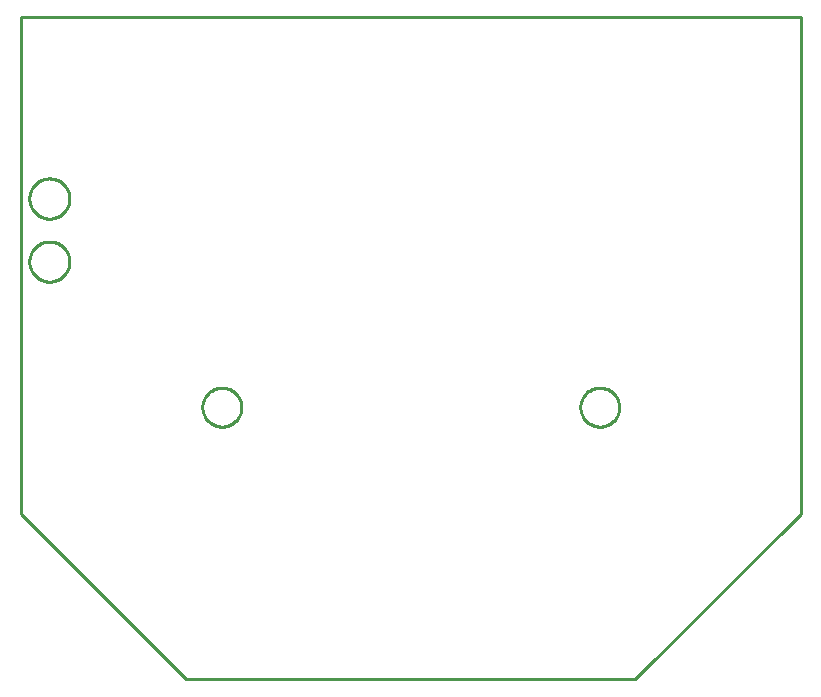
<source format=gbr>
G04 EAGLE Gerber RS-274X export*
G75*
%MOMM*%
%FSLAX34Y34*%
%LPD*%
%IN*%
%IPPOS*%
%AMOC8*
5,1,8,0,0,1.08239X$1,22.5*%
G01*
%ADD10C,0.254000*%


D10*
X-140000Y140000D02*
X0Y0D01*
X380000Y0D01*
X520000Y140000D01*
X520000Y560000D01*
X-140000Y560000D01*
X-140000Y140000D01*
X366500Y229460D02*
X366429Y228382D01*
X366288Y227311D01*
X366078Y226251D01*
X365798Y225208D01*
X365451Y224185D01*
X365037Y223187D01*
X364560Y222218D01*
X364019Y221282D01*
X363419Y220384D01*
X362762Y219527D01*
X362049Y218715D01*
X361285Y217951D01*
X360473Y217239D01*
X359616Y216581D01*
X358718Y215981D01*
X357782Y215441D01*
X356813Y214963D01*
X355815Y214549D01*
X354792Y214202D01*
X353749Y213922D01*
X352689Y213712D01*
X351618Y213571D01*
X350540Y213500D01*
X349460Y213500D01*
X348382Y213571D01*
X347311Y213712D01*
X346251Y213922D01*
X345208Y214202D01*
X344185Y214549D01*
X343187Y214963D01*
X342218Y215441D01*
X341282Y215981D01*
X340384Y216581D01*
X339527Y217239D01*
X338715Y217951D01*
X337951Y218715D01*
X337239Y219527D01*
X336581Y220384D01*
X335981Y221282D01*
X335441Y222218D01*
X334963Y223187D01*
X334549Y224185D01*
X334202Y225208D01*
X333922Y226251D01*
X333712Y227311D01*
X333571Y228382D01*
X333500Y229460D01*
X333500Y230540D01*
X333571Y231618D01*
X333712Y232689D01*
X333922Y233749D01*
X334202Y234792D01*
X334549Y235815D01*
X334963Y236813D01*
X335441Y237782D01*
X335981Y238718D01*
X336581Y239616D01*
X337239Y240473D01*
X337951Y241285D01*
X338715Y242049D01*
X339527Y242762D01*
X340384Y243419D01*
X341282Y244019D01*
X342218Y244560D01*
X343187Y245037D01*
X344185Y245451D01*
X345208Y245798D01*
X346251Y246078D01*
X347311Y246288D01*
X348382Y246429D01*
X349460Y246500D01*
X350540Y246500D01*
X351618Y246429D01*
X352689Y246288D01*
X353749Y246078D01*
X354792Y245798D01*
X355815Y245451D01*
X356813Y245037D01*
X357782Y244560D01*
X358718Y244019D01*
X359616Y243419D01*
X360473Y242762D01*
X361285Y242049D01*
X362049Y241285D01*
X362762Y240473D01*
X363419Y239616D01*
X364019Y238718D01*
X364560Y237782D01*
X365037Y236813D01*
X365451Y235815D01*
X365798Y234792D01*
X366078Y233749D01*
X366288Y232689D01*
X366429Y231618D01*
X366500Y230540D01*
X366500Y229460D01*
X46500Y229460D02*
X46429Y228382D01*
X46288Y227311D01*
X46078Y226251D01*
X45798Y225208D01*
X45451Y224185D01*
X45037Y223187D01*
X44560Y222218D01*
X44019Y221282D01*
X43419Y220384D01*
X42762Y219527D01*
X42049Y218715D01*
X41285Y217951D01*
X40473Y217239D01*
X39616Y216581D01*
X38718Y215981D01*
X37782Y215441D01*
X36813Y214963D01*
X35815Y214549D01*
X34792Y214202D01*
X33749Y213922D01*
X32689Y213712D01*
X31618Y213571D01*
X30540Y213500D01*
X29460Y213500D01*
X28382Y213571D01*
X27311Y213712D01*
X26251Y213922D01*
X25208Y214202D01*
X24185Y214549D01*
X23187Y214963D01*
X22218Y215441D01*
X21282Y215981D01*
X20384Y216581D01*
X19527Y217239D01*
X18715Y217951D01*
X17951Y218715D01*
X17239Y219527D01*
X16581Y220384D01*
X15981Y221282D01*
X15441Y222218D01*
X14963Y223187D01*
X14549Y224185D01*
X14202Y225208D01*
X13922Y226251D01*
X13712Y227311D01*
X13571Y228382D01*
X13500Y229460D01*
X13500Y230540D01*
X13571Y231618D01*
X13712Y232689D01*
X13922Y233749D01*
X14202Y234792D01*
X14549Y235815D01*
X14963Y236813D01*
X15441Y237782D01*
X15981Y238718D01*
X16581Y239616D01*
X17239Y240473D01*
X17951Y241285D01*
X18715Y242049D01*
X19527Y242762D01*
X20384Y243419D01*
X21282Y244019D01*
X22218Y244560D01*
X23187Y245037D01*
X24185Y245451D01*
X25208Y245798D01*
X26251Y246078D01*
X27311Y246288D01*
X28382Y246429D01*
X29460Y246500D01*
X30540Y246500D01*
X31618Y246429D01*
X32689Y246288D01*
X33749Y246078D01*
X34792Y245798D01*
X35815Y245451D01*
X36813Y245037D01*
X37782Y244560D01*
X38718Y244019D01*
X39616Y243419D01*
X40473Y242762D01*
X41285Y242049D01*
X42049Y241285D01*
X42762Y240473D01*
X43419Y239616D01*
X44019Y238718D01*
X44560Y237782D01*
X45037Y236813D01*
X45451Y235815D01*
X45798Y234792D01*
X46078Y233749D01*
X46288Y232689D01*
X46429Y231618D01*
X46500Y230540D01*
X46500Y229460D01*
X-116557Y370300D02*
X-117667Y370227D01*
X-118771Y370082D01*
X-119862Y369865D01*
X-120937Y369577D01*
X-121991Y369219D01*
X-123020Y368793D01*
X-124018Y368301D01*
X-124982Y367744D01*
X-125907Y367126D01*
X-126790Y366448D01*
X-127627Y365714D01*
X-128414Y364927D01*
X-129148Y364090D01*
X-129826Y363207D01*
X-130444Y362282D01*
X-131001Y361318D01*
X-131493Y360320D01*
X-131919Y359291D01*
X-132277Y358237D01*
X-132565Y357162D01*
X-132782Y356071D01*
X-132927Y354967D01*
X-133000Y353857D01*
X-133000Y352743D01*
X-132927Y351633D01*
X-132782Y350529D01*
X-132565Y349438D01*
X-132277Y348363D01*
X-131919Y347309D01*
X-131493Y346280D01*
X-131001Y345282D01*
X-130444Y344318D01*
X-129826Y343393D01*
X-129148Y342510D01*
X-128414Y341673D01*
X-127627Y340886D01*
X-126790Y340152D01*
X-125907Y339474D01*
X-124982Y338856D01*
X-124018Y338299D01*
X-123020Y337807D01*
X-121991Y337381D01*
X-120937Y337023D01*
X-119862Y336735D01*
X-118771Y336518D01*
X-117667Y336373D01*
X-116557Y336300D01*
X-115443Y336300D01*
X-114333Y336373D01*
X-113229Y336518D01*
X-112138Y336735D01*
X-111063Y337023D01*
X-110009Y337381D01*
X-108980Y337807D01*
X-107982Y338299D01*
X-107018Y338856D01*
X-106093Y339474D01*
X-105210Y340152D01*
X-104373Y340886D01*
X-103586Y341673D01*
X-102852Y342510D01*
X-102174Y343393D01*
X-101556Y344318D01*
X-100999Y345282D01*
X-100507Y346280D01*
X-100081Y347309D01*
X-99723Y348363D01*
X-99435Y349438D01*
X-99218Y350529D01*
X-99073Y351633D01*
X-99000Y352743D01*
X-99000Y353857D01*
X-99073Y354967D01*
X-99218Y356071D01*
X-99435Y357162D01*
X-99723Y358237D01*
X-100081Y359291D01*
X-100507Y360320D01*
X-100999Y361318D01*
X-101556Y362282D01*
X-102174Y363207D01*
X-102852Y364090D01*
X-103586Y364927D01*
X-104373Y365714D01*
X-105210Y366448D01*
X-106093Y367126D01*
X-107018Y367744D01*
X-107982Y368301D01*
X-108980Y368793D01*
X-110009Y369219D01*
X-111063Y369577D01*
X-112138Y369865D01*
X-113229Y370082D01*
X-114333Y370227D01*
X-115443Y370300D01*
X-116557Y370300D01*
X-116557Y423700D02*
X-117667Y423627D01*
X-118771Y423482D01*
X-119862Y423265D01*
X-120937Y422977D01*
X-121991Y422619D01*
X-123020Y422193D01*
X-124018Y421701D01*
X-124982Y421144D01*
X-125907Y420526D01*
X-126790Y419848D01*
X-127627Y419114D01*
X-128414Y418327D01*
X-129148Y417490D01*
X-129826Y416607D01*
X-130444Y415682D01*
X-131001Y414718D01*
X-131493Y413720D01*
X-131919Y412691D01*
X-132277Y411637D01*
X-132565Y410562D01*
X-132782Y409471D01*
X-132927Y408367D01*
X-133000Y407257D01*
X-133000Y406143D01*
X-132927Y405033D01*
X-132782Y403929D01*
X-132565Y402838D01*
X-132277Y401763D01*
X-131919Y400709D01*
X-131493Y399680D01*
X-131001Y398682D01*
X-130444Y397718D01*
X-129826Y396793D01*
X-129148Y395910D01*
X-128414Y395073D01*
X-127627Y394286D01*
X-126790Y393552D01*
X-125907Y392874D01*
X-124982Y392256D01*
X-124018Y391699D01*
X-123020Y391207D01*
X-121991Y390781D01*
X-120937Y390423D01*
X-119862Y390135D01*
X-118771Y389918D01*
X-117667Y389773D01*
X-116557Y389700D01*
X-115443Y389700D01*
X-114333Y389773D01*
X-113229Y389918D01*
X-112138Y390135D01*
X-111063Y390423D01*
X-110009Y390781D01*
X-108980Y391207D01*
X-107982Y391699D01*
X-107018Y392256D01*
X-106093Y392874D01*
X-105210Y393552D01*
X-104373Y394286D01*
X-103586Y395073D01*
X-102852Y395910D01*
X-102174Y396793D01*
X-101556Y397718D01*
X-100999Y398682D01*
X-100507Y399680D01*
X-100081Y400709D01*
X-99723Y401763D01*
X-99435Y402838D01*
X-99218Y403929D01*
X-99073Y405033D01*
X-99000Y406143D01*
X-99000Y407257D01*
X-99073Y408367D01*
X-99218Y409471D01*
X-99435Y410562D01*
X-99723Y411637D01*
X-100081Y412691D01*
X-100507Y413720D01*
X-100999Y414718D01*
X-101556Y415682D01*
X-102174Y416607D01*
X-102852Y417490D01*
X-103586Y418327D01*
X-104373Y419114D01*
X-105210Y419848D01*
X-106093Y420526D01*
X-107018Y421144D01*
X-107982Y421701D01*
X-108980Y422193D01*
X-110009Y422619D01*
X-111063Y422977D01*
X-112138Y423265D01*
X-113229Y423482D01*
X-114333Y423627D01*
X-115443Y423700D01*
X-116557Y423700D01*
M02*

</source>
